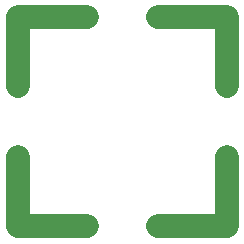
<source format=gbr>
G04 EAGLE Gerber X2 export*
%TF.Part,Single*%
%TF.FileFunction,Other,Slots with 2mm router*%
%TF.FilePolarity,Positive*%
%TF.GenerationSoftware,Autodesk,EAGLE,9.0.1*%
%TF.CreationDate,2018-12-20T16:05:16Z*%
G75*
%MOMM*%
%FSLAX34Y34*%
%LPD*%
%AMOC8*
5,1,8,0,0,1.08239X$1,22.5*%
G01*
%ADD10C,2.000000*%


D10*
X-88500Y88500D02*
X-30000Y88500D01*
X30000Y88500D02*
X88500Y88500D01*
X-88500Y88500D02*
X-88500Y30000D01*
X-88500Y-30000D02*
X-88500Y-88500D01*
X-30000Y-88500D01*
X30000Y-88500D02*
X88500Y-88500D01*
X88500Y30000D02*
X88500Y88500D01*
X88500Y-30000D02*
X88500Y-88500D01*
M02*

</source>
